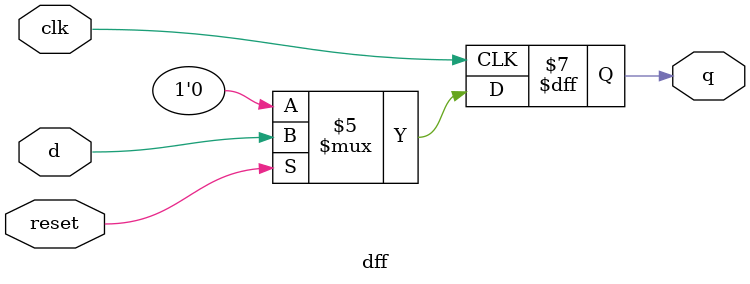
<source format=v>
module dff(q,d,clk,reset);
	input d,clk,reset;
	output reg q;
	//Reset is active low and synchronous reset
	initial
	q=1'b0;
	always@(posedge clk)
	begin
		if(reset==1'b0)
			q<=1'b0;
		else
			q<=d;
	end
endmodule
</source>
